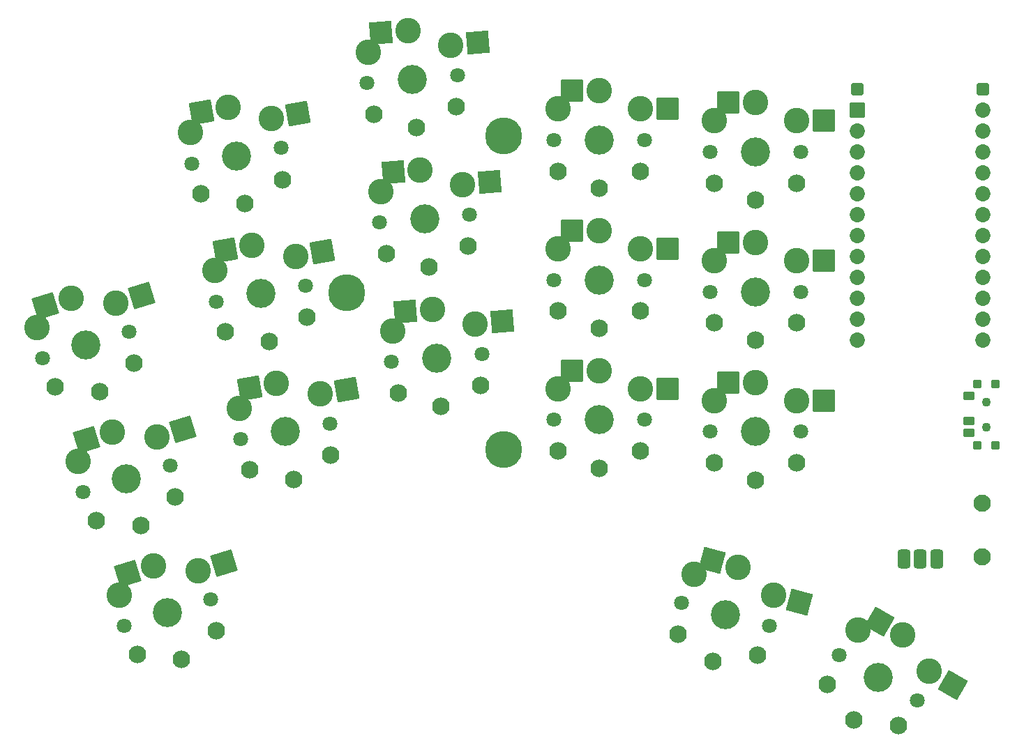
<source format=gbs>
%TF.GenerationSoftware,KiCad,Pcbnew,(6.0.4-0)*%
%TF.CreationDate,2022-04-27T15:29:04+02:00*%
%TF.ProjectId,duck-shorter-thumb,6475636b-2d73-4686-9f72-7465722d7468,v1.0.0*%
%TF.SameCoordinates,Original*%
%TF.FileFunction,Soldermask,Bot*%
%TF.FilePolarity,Negative*%
%FSLAX46Y46*%
G04 Gerber Fmt 4.6, Leading zero omitted, Abs format (unit mm)*
G04 Created by KiCad (PCBNEW (6.0.4-0)) date 2022-04-27 15:29:04*
%MOMM*%
%LPD*%
G01*
G04 APERTURE LIST*
G04 Aperture macros list*
%AMRoundRect*
0 Rectangle with rounded corners*
0 $1 Rounding radius*
0 $2 $3 $4 $5 $6 $7 $8 $9 X,Y pos of 4 corners*
0 Add a 4 corners polygon primitive as box body*
4,1,4,$2,$3,$4,$5,$6,$7,$8,$9,$2,$3,0*
0 Add four circle primitives for the rounded corners*
1,1,$1+$1,$2,$3*
1,1,$1+$1,$4,$5*
1,1,$1+$1,$6,$7*
1,1,$1+$1,$8,$9*
0 Add four rect primitives between the rounded corners*
20,1,$1+$1,$2,$3,$4,$5,0*
20,1,$1+$1,$4,$5,$6,$7,0*
20,1,$1+$1,$6,$7,$8,$9,0*
20,1,$1+$1,$8,$9,$2,$3,0*%
G04 Aperture macros list end*
%ADD10RoundRect,0.425000X-0.375000X-0.750000X0.375000X-0.750000X0.375000X0.750000X-0.375000X0.750000X0*%
%ADD11C,2.100000*%
%ADD12C,3.100000*%
%ADD13C,1.801800*%
%ADD14C,3.529000*%
%ADD15RoundRect,0.050000X-1.054507X-1.505993X1.505993X-1.054507X1.054507X1.505993X-1.505993X1.054507X0*%
%ADD16C,2.132000*%
%ADD17RoundRect,0.050000X-1.181751X-1.408356X1.408356X-1.181751X1.181751X1.408356X-1.408356X1.181751X0*%
%ADD18RoundRect,0.050000X-1.300000X-1.300000X1.300000X-1.300000X1.300000X1.300000X-1.300000X1.300000X0*%
%ADD19RoundRect,0.050000X-1.775833X-0.475833X0.475833X-1.775833X1.775833X0.475833X-0.475833X1.775833X0*%
%ADD20RoundRect,0.050000X-0.450000X0.450000X-0.450000X-0.450000X0.450000X-0.450000X0.450000X0.450000X0*%
%ADD21C,1.100000*%
%ADD22RoundRect,0.050000X-0.625000X0.450000X-0.625000X-0.450000X0.625000X-0.450000X0.625000X0.450000X0*%
%ADD23RoundRect,0.050000X-0.863113X-1.623279X1.623279X-0.863113X0.863113X1.623279X-1.623279X0.863113X0*%
%ADD24RoundRect,0.050000X-1.592168X-0.919239X0.919239X-1.592168X1.592168X0.919239X-0.919239X1.592168X0*%
%ADD25RoundRect,0.050000X-0.876300X0.876300X-0.876300X-0.876300X0.876300X-0.876300X0.876300X0.876300X0*%
%ADD26C,1.852600*%
%ADD27RoundRect,0.425000X-0.375000X-0.375000X0.375000X-0.375000X0.375000X0.375000X-0.375000X0.375000X0*%
%ADD28C,4.500000*%
G04 APERTURE END LIST*
D10*
%TO.C,PAD1*%
X152411087Y55816483D03*
X156411087Y55816483D03*
X154411087Y55816483D03*
%TD*%
D11*
%TO.C,B1*%
X161911087Y56066483D03*
X161911087Y62566483D03*
%TD*%
D12*
%TO.C,S11*%
X75659968Y109306337D03*
X70353903Y110604673D03*
X70353903Y110604673D03*
D13*
X65970667Y103790002D03*
D12*
X65811891Y107569855D03*
D14*
X71387110Y104745067D03*
D13*
X76803553Y105700132D03*
D15*
X67128658Y110035975D03*
X78885213Y109875035D03*
%TD*%
D13*
%TO.C,S34*%
X154074622Y38610213D03*
D14*
X149311482Y41360213D03*
D13*
X144548342Y44110213D03*
D16*
X143081355Y40569316D03*
X151741609Y35569316D03*
X146361482Y36250663D03*
X146361482Y36250663D03*
%TD*%
D14*
%TO.C,S15*%
X94221643Y97114167D03*
D13*
X99700714Y97593524D03*
D12*
X98875782Y101285676D03*
X93703066Y103041525D03*
X93703066Y103041525D03*
X88913835Y100414118D03*
D13*
X88742572Y96634810D03*
D17*
X90440529Y102756090D03*
X102138320Y101571111D03*
%TD*%
D12*
%TO.C,S21*%
X115411087Y95636017D03*
D13*
X109911087Y89686017D03*
D12*
X115411087Y95636017D03*
X120411087Y93436017D03*
D13*
X120911087Y89686017D03*
D12*
X110411087Y93436017D03*
D14*
X115411087Y89686017D03*
D18*
X112136087Y95636017D03*
X123686087Y93436017D03*
%TD*%
D13*
%TO.C,S8*%
X71874705Y70306538D03*
X82707591Y72216668D03*
D14*
X77291148Y71261603D03*
D16*
X73026972Y66651093D03*
X82875050Y68387574D03*
X78315672Y65451237D03*
X78315672Y65451237D03*
%TD*%
D14*
%TO.C,S14*%
X95703291Y80178857D03*
D13*
X101182362Y80658214D03*
X90224220Y79699500D03*
D16*
X91053509Y75957538D03*
X101015456Y76829096D03*
X96217510Y74301308D03*
X96217510Y74301308D03*
%TD*%
D14*
%TO.C,S20*%
X115411087Y72686017D03*
D13*
X109911087Y72686017D03*
X120911087Y72686017D03*
D16*
X120411087Y68886017D03*
X110411087Y68886017D03*
X115411087Y66786017D03*
X115411087Y66786017D03*
%TD*%
D13*
%TO.C,S28*%
X128877759Y88246289D03*
X139877759Y88246289D03*
D14*
X134377759Y88246289D03*
D16*
X129377759Y84446289D03*
X139377759Y84446289D03*
X134377759Y82346289D03*
X134377759Y82346289D03*
%TD*%
D14*
%TO.C,S26*%
X134377759Y71246289D03*
D13*
X128877759Y71246289D03*
X139877759Y71246289D03*
D16*
X129377759Y67446289D03*
X139377759Y67446289D03*
X134377759Y65346289D03*
X134377759Y65346289D03*
%TD*%
D12*
%TO.C,S29*%
X134377759Y111196289D03*
X134377759Y111196289D03*
D13*
X139877759Y105246289D03*
D14*
X134377759Y105246289D03*
D12*
X139377759Y108996289D03*
X129377759Y108996289D03*
D13*
X128877759Y105246289D03*
D18*
X131102759Y111196289D03*
X142652759Y108996289D03*
%TD*%
D14*
%TO.C,S33*%
X149311482Y41360213D03*
D12*
X152286482Y46513064D03*
X146856355Y47107808D03*
D13*
X144548342Y44110213D03*
D12*
X152286482Y46513064D03*
X155516609Y42107808D03*
D13*
X154074622Y38610213D03*
D19*
X149450249Y48150564D03*
X158352842Y40470308D03*
%TD*%
D12*
%TO.C,S7*%
X71715929Y74086391D03*
X81564006Y75822873D03*
X76257941Y77121209D03*
D13*
X71874705Y70306538D03*
D12*
X76257941Y77121209D03*
D13*
X82707591Y72216668D03*
D14*
X77291148Y71261603D03*
D15*
X73032696Y76552511D03*
X84789251Y76391571D03*
%TD*%
D13*
%TO.C,S2*%
X57770005Y47649137D03*
D14*
X63029681Y49257181D03*
D13*
X68289357Y50865225D03*
D16*
X59359170Y44161364D03*
X68922217Y47085081D03*
X64754674Y43614983D03*
X64754674Y43614983D03*
%TD*%
D20*
%TO.C,T2*%
X163511087Y69616483D03*
X163511087Y77016483D03*
X161311087Y69616483D03*
X161311087Y77016483D03*
D21*
X162411087Y74816483D03*
X162411087Y71816483D03*
D22*
X160336087Y75566483D03*
X160336087Y72566483D03*
X160336087Y71066483D03*
%TD*%
D13*
%TO.C,S1*%
X68289357Y50865225D03*
D12*
X66714811Y54305182D03*
X61290069Y54947194D03*
X61290069Y54947194D03*
D14*
X63029681Y49257181D03*
D12*
X57151763Y51381465D03*
D13*
X57770005Y47649137D03*
D23*
X58158171Y53989677D03*
X69846709Y55262700D03*
%TD*%
D14*
%TO.C,S5*%
X53089043Y81771543D03*
D13*
X58348719Y83379587D03*
D12*
X51349431Y87461556D03*
X51349431Y87461556D03*
D13*
X47829367Y80163499D03*
D12*
X47211125Y83895827D03*
X56774173Y86819544D03*
D23*
X48217533Y86504039D03*
X59906071Y87777062D03*
%TD*%
D12*
%TO.C,S27*%
X129377759Y91996289D03*
D13*
X139877759Y88246289D03*
D14*
X134377759Y88246289D03*
D12*
X139377759Y91996289D03*
X134377759Y94196289D03*
X134377759Y94196289D03*
D13*
X128877759Y88246289D03*
D18*
X131102759Y94196289D03*
X142652759Y91996289D03*
%TD*%
D12*
%TO.C,S9*%
X68763910Y90828123D03*
D14*
X74339129Y88003335D03*
D12*
X73305922Y93862941D03*
X78611987Y92564605D03*
D13*
X68922686Y87048270D03*
D12*
X73305922Y93862941D03*
D13*
X79755572Y88958400D03*
D15*
X70080677Y93294243D03*
X81837232Y93133303D03*
%TD*%
D13*
%TO.C,S16*%
X99700714Y97593524D03*
D14*
X94221643Y97114167D03*
D13*
X88742572Y96634810D03*
D16*
X99533808Y93764406D03*
X89571861Y92892848D03*
X94735862Y91236618D03*
X94735862Y91236618D03*
%TD*%
D13*
%TO.C,S30*%
X139877759Y105246289D03*
X128877759Y105246289D03*
D14*
X134377759Y105246289D03*
D16*
X139377759Y101446289D03*
X129377759Y101446289D03*
X134377759Y99346289D03*
X134377759Y99346289D03*
%TD*%
D13*
%TO.C,S13*%
X90224220Y79699500D03*
X101182362Y80658214D03*
D14*
X95703291Y80178857D03*
D12*
X95184714Y86106215D03*
X100357430Y84350366D03*
X95184714Y86106215D03*
X90395483Y83478808D03*
D17*
X91922177Y85820780D03*
X103619968Y84635801D03*
%TD*%
D13*
%TO.C,S24*%
X109911087Y106686017D03*
X120911087Y106686017D03*
D14*
X115411087Y106686017D03*
D16*
X110411087Y102886017D03*
X120411087Y102886017D03*
X115411087Y100786017D03*
X115411087Y100786017D03*
%TD*%
D13*
%TO.C,S17*%
X87260925Y113570120D03*
D14*
X92739996Y114049477D03*
D13*
X98219067Y114528834D03*
D12*
X87432188Y117349428D03*
X97394135Y118220986D03*
X92221419Y119976835D03*
X92221419Y119976835D03*
D17*
X88958882Y119691400D03*
X100656673Y118506421D03*
%TD*%
D13*
%TO.C,S4*%
X52799686Y63906318D03*
X63319038Y67122406D03*
D14*
X58059362Y65514362D03*
D16*
X54388851Y60418545D03*
X63951898Y63342262D03*
X59784355Y59872164D03*
X59784355Y59872164D03*
%TD*%
D13*
%TO.C,S10*%
X79755572Y88958400D03*
X68922686Y87048270D03*
D14*
X74339129Y88003335D03*
D16*
X70074953Y83392825D03*
X79923031Y85129306D03*
X75363653Y82192969D03*
X75363653Y82192969D03*
%TD*%
D13*
%TO.C,S22*%
X109911087Y89686017D03*
X120911087Y89686017D03*
D14*
X115411087Y89686017D03*
D16*
X110411087Y85886017D03*
X120411087Y85886017D03*
X115411087Y83786017D03*
X115411087Y83786017D03*
%TD*%
D14*
%TO.C,S31*%
X130773883Y49038738D03*
D13*
X125461291Y50462243D03*
D12*
X132313856Y54785997D03*
X136574084Y51366865D03*
X132313856Y54785997D03*
X126914825Y53955055D03*
D13*
X136086475Y47615233D03*
D24*
X129150449Y55633629D03*
X139737491Y50519232D03*
%TD*%
D25*
%TO.C,MCU1*%
X146791087Y110286483D03*
D26*
X146791087Y107746483D03*
X146791087Y105206483D03*
X146791087Y102666483D03*
X146791087Y100126483D03*
X146791087Y97586483D03*
X146791087Y95046483D03*
X146791087Y92506483D03*
X146791087Y89966483D03*
X146791087Y87426483D03*
X146791087Y84886483D03*
X146791087Y82346483D03*
X162031087Y110286483D03*
X162031087Y107746483D03*
X162031087Y105206483D03*
X162031087Y102666483D03*
X162031087Y100126483D03*
X162031087Y97586483D03*
X162031087Y95046483D03*
X162031087Y92506483D03*
X162031087Y89966483D03*
X162031087Y87426483D03*
X162031087Y84886483D03*
X162031087Y82346483D03*
D27*
X146791087Y112826483D03*
X162031087Y112826483D03*
%TD*%
D13*
%TO.C,S3*%
X52799686Y63906318D03*
D12*
X52181444Y67638646D03*
D14*
X58059362Y65514362D03*
D12*
X61744492Y70562363D03*
X56319750Y71204375D03*
X56319750Y71204375D03*
D13*
X63319038Y67122406D03*
D23*
X53187852Y70246858D03*
X64876390Y71519881D03*
%TD*%
D13*
%TO.C,S32*%
X136086475Y47615233D03*
D14*
X130773883Y49038738D03*
D13*
X125461291Y50462243D03*
D16*
X134620000Y44074125D03*
X124960741Y46662315D03*
X129246851Y43339776D03*
X129246851Y43339776D03*
%TD*%
D28*
%TO.C,REF\u002A\u002A*%
X84747220Y88141427D03*
X103797220Y69091427D03*
X103797220Y107191427D03*
%TD*%
D14*
%TO.C,S12*%
X71387110Y104745067D03*
D13*
X65970667Y103790002D03*
X76803553Y105700132D03*
D16*
X76971012Y101871038D03*
X67122934Y100134557D03*
X72411634Y98934701D03*
X72411634Y98934701D03*
%TD*%
D14*
%TO.C,S23*%
X115411087Y106686017D03*
D13*
X120911087Y106686017D03*
D12*
X115411087Y112636017D03*
X115411087Y112636017D03*
X110411087Y110436017D03*
X120411087Y110436017D03*
D13*
X109911087Y106686017D03*
D18*
X112136087Y112636017D03*
X123686087Y110436017D03*
%TD*%
D12*
%TO.C,S25*%
X134377759Y77196289D03*
D14*
X134377759Y71246289D03*
D12*
X129377759Y74996289D03*
D13*
X139877759Y71246289D03*
D12*
X134377759Y77196289D03*
X139377759Y74996289D03*
D13*
X128877759Y71246289D03*
D18*
X131102759Y77196289D03*
X142652759Y74996289D03*
%TD*%
D13*
%TO.C,S6*%
X47829367Y80163499D03*
X58348719Y83379587D03*
D14*
X53089043Y81771543D03*
D16*
X49418532Y76675726D03*
X58981579Y79599443D03*
X54814036Y76129345D03*
X54814036Y76129345D03*
%TD*%
D14*
%TO.C,S19*%
X115411087Y72686017D03*
D12*
X115411087Y78636017D03*
X110411087Y76436017D03*
D13*
X120911087Y72686017D03*
X109911087Y72686017D03*
D12*
X120411087Y76436017D03*
X115411087Y78636017D03*
D18*
X112136087Y78636017D03*
X123686087Y76436017D03*
%TD*%
D13*
%TO.C,S18*%
X98219067Y114528834D03*
D14*
X92739996Y114049477D03*
D13*
X87260925Y113570120D03*
D16*
X88090214Y109828158D03*
X98052161Y110699716D03*
X93254215Y108171928D03*
X93254215Y108171928D03*
%TD*%
M02*

</source>
